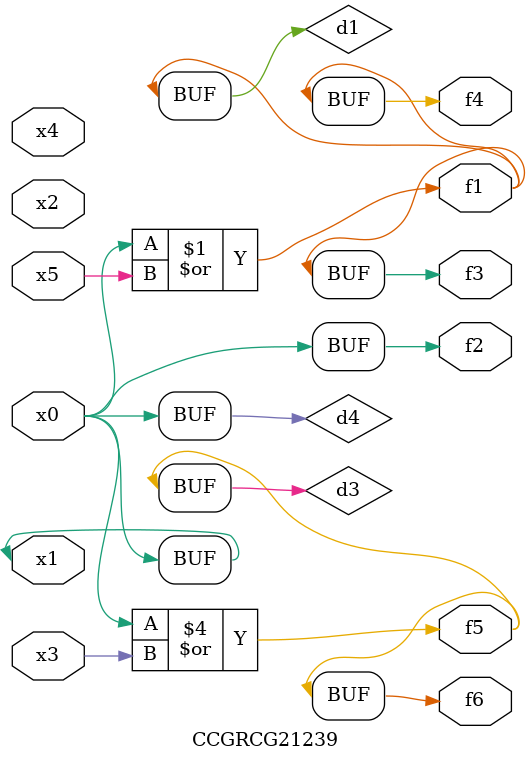
<source format=v>
module CCGRCG21239(
	input x0, x1, x2, x3, x4, x5,
	output f1, f2, f3, f4, f5, f6
);

	wire d1, d2, d3, d4;

	or (d1, x0, x5);
	xnor (d2, x1, x4);
	or (d3, x0, x3);
	buf (d4, x0, x1);
	assign f1 = d1;
	assign f2 = d4;
	assign f3 = d1;
	assign f4 = d1;
	assign f5 = d3;
	assign f6 = d3;
endmodule

</source>
